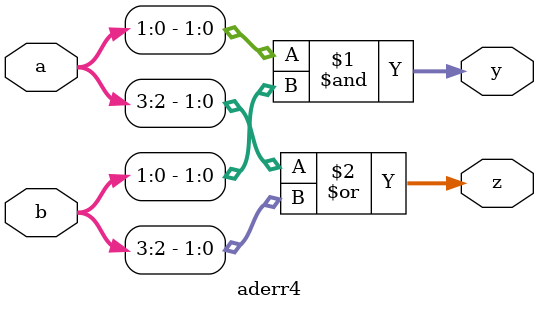
<source format=v>
`timescale 1ns / 1ps

module aderr4(a, b,z,y);
    input [3:0] a;
    input [3:0] b;
    output [1:0] z;
	 output [1:0] y;
	 
	 
	assign y= a[ 0 +: 2] & b[ 0 +: 2]; 
   assign z= a[ 2 +: 2] | b[ 2 +: 2]; 
endmodule

</source>
